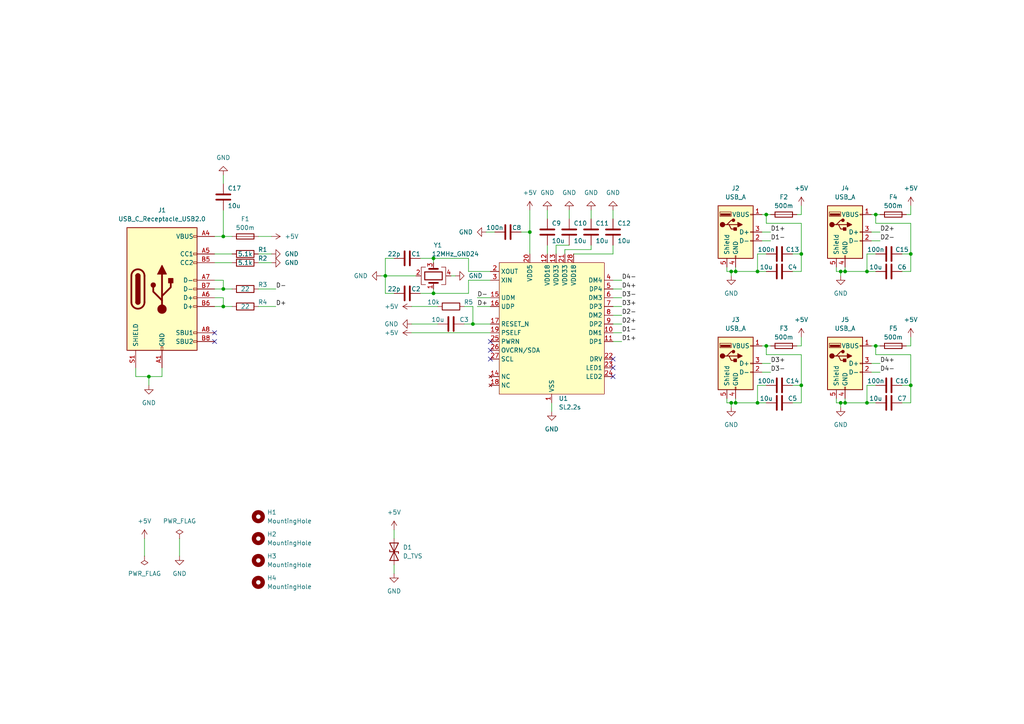
<source format=kicad_sch>
(kicad_sch (version 20211123) (generator eeschema)
  (paper "A4")
  (title_block (title "quad") (date "2023-09-28") (rev "v1.0_alpha"))
  (lib_symbols
    (symbol "Connector:USB_A" (pin_names (offset 1.016))
      (property "Reference" "J" (at -5.08 11.43 0))
      (property "Value" "USB_A" (at -5.08 8.89 0))
      (symbol "USB_A_0_1"
        (rectangle (start -5.08 -7.62) (end 5.08 7.62) (stroke (width 0.254)) (fill (type background)))
        (circle (center -3.81 2.159) (radius 0.635) (stroke (width 0.254)) (fill (type outline)))
        (rectangle (start -1.524 4.826) (end -4.318 5.334) (fill (type outline)))
        (rectangle (start -1.27 4.572) (end -4.572 5.842))
        (circle (center -0.635 3.429) (radius 0.381) (stroke (width 0.254)) (fill (type outline)))
        (rectangle (start -0.127 -7.62) (end 0.127 -6.858))
        (polyline (pts (xy -3.175 2.159) (xy -2.54 2.159) (xy -1.27 3.429) (xy -0.635 3.429)) (stroke (width 0.254)))
        (polyline (pts (xy -2.54 2.159) (xy -1.905 2.159) (xy -1.27 0.889) (xy 0 0.889)) (stroke (width 0.254)))
        (polyline (pts (xy 0.635 2.794) (xy 0.635 1.524) (xy 1.905 2.159) (xy 0.635 2.794)) (stroke (width 0.254)) (fill (type outline)))
        (rectangle (start 0.254 1.27) (end -0.508 0.508) (stroke (width 0.254)) (fill (type outline)))
        (rectangle (start 5.08 -2.667) (end 4.318 -2.413))
        (rectangle (start 5.08 -0.127) (end 4.318 0.127))
        (rectangle (start 5.08 4.953) (end 4.318 5.207))
      )
      (symbol "USB_A_1_1"
        (polyline (pts (xy -1.905 2.159) (xy 0.635 2.159)) (stroke (width 0.254)))
        (pin power_in line (at 7.62 5.08 180) (length 2.54) (name "VBUS") (number "1"))
        (pin bidirectional line (at 7.62 -2.54 180) (length 2.54) (name "D-") (number "2"))
        (pin bidirectional line (at 7.62 0 180) (length 2.54) (name "D+") (number "3"))
        (pin power_in line (at 0 -10.16 90) (length 2.54) (name "GND") (number "4"))
        (pin passive line (at -2.54 -10.16 90) (length 2.54) (name "Shield") (number "5"))
      )
    )
    (symbol "Connector:USB_C_Receptacle_USB2.0" (pin_names (offset 1.016))
      (property "Reference" "J" (at -10.16 19.05 0))
      (property "Value" "USB_C_Receptacle_USB2.0" (at 19.05 19.05 0))
      (symbol "USB_C_Receptacle_USB2.0_0_0"
        (rectangle (start -0.254 -17.78) (end 0.254 -16.764))
        (rectangle (start 10.16 -14.986) (end 9.144 -15.494))
        (rectangle (start 10.16 -12.446) (end 9.144 -12.954))
        (rectangle (start 10.16 -4.826) (end 9.144 -5.334))
        (rectangle (start 10.16 -2.286) (end 9.144 -2.794))
        (rectangle (start 10.16 0.254) (end 9.144 -0.254))
        (rectangle (start 10.16 2.794) (end 9.144 2.286))
        (rectangle (start 10.16 7.874) (end 9.144 7.366))
        (rectangle (start 10.16 10.414) (end 9.144 9.906))
        (rectangle (start 10.16 15.494) (end 9.144 14.986))
      )
      (symbol "USB_C_Receptacle_USB2.0_0_1"
        (rectangle (start -10.16 17.78) (end 10.16 -17.78) (stroke (width 0.254)) (fill (type background)))
        (arc (start -8.89 -3.81) (mid -6.985 -5.715) (end -5.08 -3.81) (stroke (width 0.508)))
        (arc (start -7.62 -3.81) (mid -6.985 -4.445) (end -6.35 -3.81) (stroke (width 0.254)))
        (arc (start -7.62 -3.81) (mid -6.985 -4.445) (end -6.35 -3.81) (stroke (width 0.254)) (fill (type outline)))
        (rectangle (start -7.62 -3.81) (end -6.35 3.81) (stroke (width 0.254)) (fill (type outline)))
        (arc (start -6.35 3.81) (mid -6.985 4.445) (end -7.62 3.81) (stroke (width 0.254)))
        (arc (start -6.35 3.81) (mid -6.985 4.445) (end -7.62 3.81) (stroke (width 0.254)) (fill (type outline)))
        (arc (start -5.08 3.81) (mid -6.985 5.715) (end -8.89 3.81) (stroke (width 0.508)))
        (circle (center -2.54 1.143) (radius 0.635) (stroke (width 0.254)) (fill (type outline)))
        (circle (center 0 -5.842) (radius 1.27) (fill (type outline)))
        (polyline (pts (xy -8.89 -3.81) (xy -8.89 3.81)) (stroke (width 0.508)))
        (polyline (pts (xy -5.08 3.81) (xy -5.08 -3.81)) (stroke (width 0.508)))
        (polyline (pts (xy 0 -5.842) (xy 0 4.318)) (stroke (width 0.508)))
        (polyline (pts (xy 0 -3.302) (xy -2.54 -0.762) (xy -2.54 0.508)) (stroke (width 0.508)))
        (polyline (pts (xy 0 -2.032) (xy 2.54 0.508) (xy 2.54 1.778)) (stroke (width 0.508)))
        (polyline (pts (xy -1.27 4.318) (xy 0 6.858) (xy 1.27 4.318) (xy -1.27 4.318)) (stroke (width 0.254)) (fill (type outline)))
        (rectangle (start 1.905 1.778) (end 3.175 3.048) (stroke (width 0.254)) (fill (type outline)))
      )
      (symbol "USB_C_Receptacle_USB2.0_1_1"
        (pin passive line (at 0 -22.86 90) (length 5.08) (name "GND") (number "A1"))
        (pin passive line (at 0 -22.86 90) (length 5.08) hide (name "GND") (number "A12"))
        (pin passive line (at 15.24 15.24 180) (length 5.08) (name "VBUS") (number "A4"))
        (pin bidirectional line (at 15.24 10.16 180) (length 5.08) (name "CC1") (number "A5"))
        (pin bidirectional line (at 15.24 -2.54 180) (length 5.08) (name "D+") (number "A6"))
        (pin bidirectional line (at 15.24 2.54 180) (length 5.08) (name "D-") (number "A7"))
        (pin bidirectional line (at 15.24 -12.7 180) (length 5.08) (name "SBU1") (number "A8"))
        (pin passive line (at 15.24 15.24 180) (length 5.08) hide (name "VBUS") (number "A9"))
        (pin passive line (at 0 -22.86 90) (length 5.08) hide (name "GND") (number "B1"))
        (pin passive line (at 0 -22.86 90) (length 5.08) hide (name "GND") (number "B12"))
        (pin passive line (at 15.24 15.24 180) (length 5.08) hide (name "VBUS") (number "B4"))
        (pin bidirectional line (at 15.24 7.62 180) (length 5.08) (name "CC2") (number "B5"))
        (pin bidirectional line (at 15.24 -5.08 180) (length 5.08) (name "D+") (number "B6"))
        (pin bidirectional line (at 15.24 0 180) (length 5.08) (name "D-") (number "B7"))
        (pin bidirectional line (at 15.24 -15.24 180) (length 5.08) (name "SBU2") (number "B8"))
        (pin passive line (at 15.24 15.24 180) (length 5.08) hide (name "VBUS") (number "B9"))
        (pin passive line (at -7.62 -22.86 90) (length 5.08) (name "SHIELD") (number "S1"))
      )
    )
    (symbol "Device:C" (pin_numbers hide) (pin_names (offset 0.254))
      (property "Reference" "C" (at 0.635 2.54 0))
      (property "Value" "C" (at 0.635 -2.54 0))
      (symbol "C_0_1"
        (polyline (pts (xy -2.032 -0.762) (xy 2.032 -0.762)) (stroke (width 0.508)))
        (polyline (pts (xy -2.032 0.762) (xy 2.032 0.762)) (stroke (width 0.508)))
      )
      (symbol "C_1_1"
        (pin passive line (at 0 3.81 270) (length 2.794) (name "~") (number "1"))
        (pin passive line (at 0 -3.81 90) (length 2.794) (name "~") (number "2"))
      )
    )
    (symbol "Device:Crystal_GND24" (pin_names (offset 1.016) hide)
      (property "Reference" "Y" (at 3.175 5.08 0))
      (property "Value" "Crystal_GND24" (at 3.175 3.175 0))
      (symbol "Crystal_GND24_0_1"
        (rectangle (start -1.143 2.54) (end 1.143 -2.54) (stroke (width 0.3048)))
        (polyline (pts (xy -2.54 0) (xy -2.032 0)))
        (polyline (pts (xy -2.032 -1.27) (xy -2.032 1.27)) (stroke (width 0.508)))
        (polyline (pts (xy 0 -3.81) (xy 0 -3.556)))
        (polyline (pts (xy 0 3.556) (xy 0 3.81)))
        (polyline (pts (xy 2.032 -1.27) (xy 2.032 1.27)) (stroke (width 0.508)))
        (polyline (pts (xy 2.032 0) (xy 2.54 0)))
        (polyline (pts (xy -2.54 -2.286) (xy -2.54 -3.556) (xy 2.54 -3.556) (xy 2.54 -2.286)))
        (polyline (pts (xy -2.54 2.286) (xy -2.54 3.556) (xy 2.54 3.556) (xy 2.54 2.286)))
      )
      (symbol "Crystal_GND24_1_1"
        (pin passive line (at -3.81 0 0) (length 1.27) (name "1") (number "1"))
        (pin passive line (at 0 5.08 270) (length 1.27) (name "2") (number "2"))
        (pin passive line (at 3.81 0 180) (length 1.27) (name "3") (number "3"))
        (pin passive line (at 0 -5.08 90) (length 1.27) (name "4") (number "4"))
      )
    )
    (symbol "Device:D_TVS" (pin_numbers hide) (pin_names (offset 1.016) hide)
      (property "Reference" "D" (at 0 2.54 0))
      (property "Value" "D_TVS" (at 0 -2.54 0))
      (symbol "D_TVS_0_1"
        (polyline (pts (xy 1.27 0) (xy -1.27 0)))
        (polyline (pts (xy 0.508 1.27) (xy 0 1.27) (xy 0 -1.27) (xy -0.508 -1.27)) (stroke (width 0.254)))
        (polyline (pts (xy -2.54 1.27) (xy -2.54 -1.27) (xy 2.54 1.27) (xy 2.54 -1.27) (xy -2.54 1.27)) (stroke (width 0.254)))
      )
      (symbol "D_TVS_1_1"
        (pin passive line (at -3.81 0 0) (length 2.54) (name "A1") (number "1"))
        (pin passive line (at 3.81 0 180) (length 2.54) (name "A2") (number "2"))
      )
    )
    (symbol "Device:Fuse" (pin_numbers hide) (pin_names (offset 0))
      (property "Reference" "F" (at 2.032 0 90))
      (property "Value" "Fuse" (at -1.905 0 90))
      (symbol "Fuse_0_1"
        (rectangle (start -0.762 -2.54) (end 0.762 2.54) (stroke (width 0.254)))
        (polyline (pts (xy 0 2.54) (xy 0 -2.54)))
      )
      (symbol "Fuse_1_1"
        (pin passive line (at 0 3.81 270) (length 1.27) (name "~") (number "1"))
        (pin passive line (at 0 -3.81 90) (length 1.27) (name "~") (number "2"))
      )
    )
    (symbol "Device:R" (pin_numbers hide) (pin_names (offset 0))
      (property "Reference" "R" (at 2.032 0 90))
      (property "Value" "R" (at 0 0 90))
      (symbol "R_0_1"
        (rectangle (start -1.016 -2.54) (end 1.016 2.54) (stroke (width 0.254)))
      )
      (symbol "R_1_1"
        (pin passive line (at 0 3.81 270) (length 1.27) (name "~") (number "1"))
        (pin passive line (at 0 -3.81 90) (length 1.27) (name "~") (number "2"))
      )
    )
    (symbol "Lib:SL2.2s"
      (property "Reference" "U" (at 8.89 24.13 0))
      (property "Value" "SL2.2s" (at 11.43 21.59 0))
      (symbol "SL2.2s_0_1"
        (rectangle (start -15.24 19.05) (end 15.24 -19.05) (fill (type background)))
      )
      (symbol "SL2.2s_1_1"
        (pin power_in line (at 0 -21.59 90) (length 2.54) (name "VSS") (number "1"))
        (pin bidirectional line (at 17.78 -1.27 180) (length 2.54) (name "DM1") (number "10"))
        (pin bidirectional line (at 17.78 -3.81 180) (length 2.54) (name "DP1") (number "11"))
        (pin power_out line (at -1.27 21.59 270) (length 2.54) (name "VDD18") (number "12"))
        (pin power_out line (at 1.27 21.59 270) (length 2.54) (name "VDD33") (number "13"))
        (pin no_connect line (at -17.78 -13.97 0) (length 2.54) (name "NC") (number "14"))
        (pin bidirectional line (at -17.78 8.89 0) (length 2.54) (name "UDM") (number "15"))
        (pin bidirectional line (at -17.78 6.35 0) (length 2.54) (name "UDP") (number "16"))
        (pin input line (at -17.78 1.27 0) (length 2.54) (name "RESET_N") (number "17"))
        (pin no_connect line (at -17.78 -16.51 0) (length 2.54) (name "NC") (number "18"))
        (pin input line (at -17.78 -1.27 0) (length 2.54) (name "PSELF") (number "19"))
        (pin output line (at -17.78 16.51 0) (length 2.54) (name "XOUT") (number "2"))
        (pin power_in line (at -6.35 21.59 270) (length 2.54) (name "VDD5") (number "20"))
        (pin power_out line (at 3.81 21.59 270) (length 2.54) (name "VDD33") (number "21"))
        (pin bidirectional line (at 17.78 -8.89 180) (length 2.54) (name "DRV") (number "22"))
        (pin bidirectional line (at 17.78 -11.43 180) (length 2.54) (name "LED1") (number "23"))
        (pin bidirectional line (at 17.78 -13.97 180) (length 2.54) (name "LED2") (number "24"))
        (pin bidirectional line (at -17.78 -3.81 0) (length 2.54) (name "PWRN") (number "25"))
        (pin bidirectional line (at -17.78 -6.35 0) (length 2.54) (name "OVCRN/SDA") (number "26"))
        (pin bidirectional line (at -17.78 -8.89 0) (length 2.54) (name "SCL") (number "27"))
        (pin power_out line (at 6.35 21.59 270) (length 2.54) (name "VDD18") (number "28"))
        (pin input line (at -17.78 13.97 0) (length 2.54) (name "XIN") (number "3"))
        (pin bidirectional line (at 17.78 13.97 180) (length 2.54) (name "DM4") (number "4"))
        (pin bidirectional line (at 17.78 11.43 180) (length 2.54) (name "DP4") (number "5"))
        (pin bidirectional line (at 17.78 8.89 180) (length 2.54) (name "DM3") (number "6"))
        (pin bidirectional line (at 17.78 6.35 180) (length 2.54) (name "DP3") (number "7"))
        (pin bidirectional line (at 17.78 3.81 180) (length 2.54) (name "DM2") (number "8"))
        (pin bidirectional line (at 17.78 1.27 180) (length 2.54) (name "DP2") (number "9"))
      )
    )
    (symbol "Mechanical:MountingHole" (pin_names (offset 1.016))
      (property "Reference" "H" (at 0 5.08 0))
      (property "Value" "MountingHole" (at 0 3.175 0))
      (symbol "MountingHole_0_1"
        (circle (center 0 0) (radius 1.27) (stroke (width 1.27)))
      )
    )
    (symbol "power:+5V" (power) (pin_names (offset 0))
      (property "Value" "+5V" (at 0 3.556 0))
      (symbol "+5V_0_1"
        (polyline (pts (xy -0.762 1.27) (xy 0 2.54)))
        (polyline (pts (xy 0 0) (xy 0 2.54)))
        (polyline (pts (xy 0 2.54) (xy 0.762 1.27)))
      )
      (symbol "+5V_1_1"
        (pin power_in line (at 0 0 90) (length 0) hide (name "+5V") (number "1"))
      )
    )
    (symbol "power:GND" (power) (pin_names (offset 0))
      (property "Value" "GND" (at 0 -3.81 0))
      (symbol "GND_0_1"
        (polyline (pts (xy 0 0) (xy 0 -1.27) (xy 1.27 -1.27) (xy 0 -2.54) (xy -1.27 -1.27) (xy 0 -1.27)))
      )
      (symbol "GND_1_1"
        (pin power_in line (at 0 0 270) (length 0) hide (name "GND") (number "1"))
      )
    )
    (symbol "power:PWR_FLAG" (power) (pin_numbers hide) (pin_names (offset 0) hide)
      (property "Value" "PWR_FLAG" (at 0 3.81 0))
      (symbol "PWR_FLAG_0_0"
        (pin power_out line (at 0 0 90) (length 0) (name "pwr") (number "1"))
      )
      (symbol "PWR_FLAG_0_1"
        (polyline (pts (xy 0 0) (xy 0 1.27) (xy -1.016 1.905) (xy 0 2.54) (xy 1.016 1.905) (xy 0 1.27)))
      )
    )
  )
  (junction (at 219.71 78.74))
  (junction (at 245.11 78.74))
  (junction (at 213.36 116.84))
  (junction (at 125.73 74.93))
  (junction (at 254 100.33))
  (junction (at 222.25 62.23))
  (junction (at 245.11 116.84))
  (junction (at 125.73 85.09))
  (junction (at 43.18 109.22))
  (junction (at 212.09 78.74))
  (junction (at 251.46 78.74))
  (junction (at 64.77 68.58))
  (junction (at 243.84 116.84))
  (junction (at 264.16 111.76))
  (junction (at 212.09 116.84))
  (junction (at 111.76 80.01))
  (junction (at 251.46 116.84))
  (junction (at 219.71 116.84))
  (junction (at 153.67 67.31))
  (junction (at 137.16 93.98))
  (junction (at 64.77 88.9))
  (junction (at 222.25 100.33))
  (junction (at 213.36 78.74))
  (junction (at 64.77 83.82))
  (junction (at 264.16 73.66))
  (junction (at 232.41 73.66))
  (junction (at 243.84 78.74))
  (junction (at 254 62.23))
  (junction (at 232.41 111.76))
  (no_connect (at 177.8 104.14))
  (no_connect (at 62.23 96.52))
  (no_connect (at 142.24 99.06))
  (no_connect (at 177.8 109.22))
  (no_connect (at 142.24 101.6))
  (no_connect (at 142.24 104.14))
  (no_connect (at 177.8 106.68))
  (no_connect (at 62.23 99.06))
  (wire (pts (xy 62.23 81.28) (xy 64.77 81.28)))
  (wire (pts (xy 177.8 91.44) (xy 180.34 91.44)))
  (wire (pts (xy 62.23 86.36) (xy 64.77 86.36)))
  (wire (pts (xy 135.89 74.93) (xy 135.89 78.74)))
  (wire (pts (xy 119.38 96.52) (xy 142.24 96.52)))
  (wire (pts (xy 153.67 67.31) (xy 153.67 73.66)))
  (wire (pts (xy 242.57 116.84) (xy 243.84 116.84)))
  (wire (pts (xy 125.73 74.93) (xy 135.89 74.93)))
  (wire (pts (xy 177.8 81.28) (xy 180.34 81.28)))
  (wire (pts (xy 254 64.77) (xy 264.16 64.77)))
  (wire (pts (xy 171.45 72.39) (xy 171.45 71.12)))
  (wire (pts (xy 242.57 115.57) (xy 242.57 116.84)))
  (wire (pts (xy 222.25 62.23) (xy 222.25 64.77)))
  (wire (pts (xy 229.87 73.66) (xy 232.41 73.66)))
  (wire (pts (xy 177.8 93.98) (xy 180.34 93.98)))
  (wire (pts (xy 261.62 78.74) (xy 264.16 78.74)))
  (wire (pts (xy 213.36 77.47) (xy 213.36 78.74)))
  (wire (pts (xy 62.23 88.9) (xy 64.77 88.9)))
  (wire (pts (xy 213.36 78.74) (xy 212.09 78.74)))
  (wire (pts (xy 74.93 76.2) (xy 78.74 76.2)))
  (wire (pts (xy 134.62 88.9) (xy 137.16 88.9)))
  (wire (pts (xy 52.07 156.21) (xy 52.07 161.29)))
  (wire (pts (xy 161.29 71.12) (xy 165.1 71.12)))
  (wire (pts (xy 163.83 73.66) (xy 163.83 72.39)))
  (wire (pts (xy 62.23 68.58) (xy 64.77 68.58)))
  (wire (pts (xy 137.16 88.9) (xy 137.16 93.98)))
  (wire (pts (xy 62.23 73.66) (xy 67.31 73.66)))
  (wire (pts (xy 135.89 85.09) (xy 135.89 81.28)))
  (wire (pts (xy 252.73 100.33) (xy 254 100.33)))
  (wire (pts (xy 222.25 102.87) (xy 232.41 102.87)))
  (wire (pts (xy 110.49 80.01) (xy 111.76 80.01)))
  (wire (pts (xy 46.99 106.68) (xy 46.99 109.22)))
  (wire (pts (xy 264.16 97.79) (xy 264.16 100.33)))
  (wire (pts (xy 220.98 107.95) (xy 223.52 107.95)))
  (wire (pts (xy 252.73 107.95) (xy 255.27 107.95)))
  (wire (pts (xy 62.23 76.2) (xy 67.31 76.2)))
  (wire (pts (xy 39.37 109.22) (xy 43.18 109.22)))
  (wire (pts (xy 64.77 83.82) (xy 67.31 83.82)))
  (wire (pts (xy 252.73 69.85) (xy 255.27 69.85)))
  (wire (pts (xy 114.3 74.93) (xy 111.76 74.93)))
  (wire (pts (xy 137.16 93.98) (xy 142.24 93.98)))
  (wire (pts (xy 64.77 86.36) (xy 64.77 88.9)))
  (wire (pts (xy 252.73 67.31) (xy 255.27 67.31)))
  (wire (pts (xy 222.25 64.77) (xy 232.41 64.77)))
  (wire (pts (xy 138.43 88.9) (xy 142.24 88.9)))
  (wire (pts (xy 125.73 85.09) (xy 135.89 85.09)))
  (wire (pts (xy 219.71 116.84) (xy 222.25 116.84)))
  (wire (pts (xy 165.1 60.96) (xy 165.1 63.5)))
  (wire (pts (xy 213.36 78.74) (xy 219.71 78.74)))
  (wire (pts (xy 264.16 73.66) (xy 264.16 78.74)))
  (wire (pts (xy 119.38 93.98) (xy 127 93.98)))
  (wire (pts (xy 252.73 62.23) (xy 254 62.23)))
  (wire (pts (xy 111.76 85.09) (xy 111.76 80.01)))
  (wire (pts (xy 64.77 60.96) (xy 64.77 68.58)))
  (wire (pts (xy 229.87 111.76) (xy 232.41 111.76)))
  (wire (pts (xy 254 62.23) (xy 255.27 62.23)))
  (wire (pts (xy 219.71 111.76) (xy 219.71 116.84)))
  (wire (pts (xy 231.14 62.23) (xy 232.41 62.23)))
  (wire (pts (xy 212.09 118.11) (xy 212.09 116.84)))
  (wire (pts (xy 163.83 72.39) (xy 171.45 72.39)))
  (wire (pts (xy 41.91 156.21) (xy 41.91 161.29)))
  (wire (pts (xy 242.57 78.74) (xy 243.84 78.74)))
  (wire (pts (xy 158.75 71.12) (xy 158.75 73.66)))
  (wire (pts (xy 212.09 80.01) (xy 212.09 78.74)))
  (wire (pts (xy 252.73 105.41) (xy 255.27 105.41)))
  (wire (pts (xy 251.46 78.74) (xy 254 78.74)))
  (wire (pts (xy 254 111.76) (xy 251.46 111.76)))
  (wire (pts (xy 245.11 78.74) (xy 251.46 78.74)))
  (wire (pts (xy 135.89 81.28) (xy 142.24 81.28)))
  (wire (pts (xy 220.98 100.33) (xy 222.25 100.33)))
  (wire (pts (xy 121.92 74.93) (xy 125.73 74.93)))
  (wire (pts (xy 232.41 111.76) (xy 232.41 116.84)))
  (wire (pts (xy 171.45 60.96) (xy 171.45 63.5)))
  (wire (pts (xy 213.36 116.84) (xy 219.71 116.84)))
  (wire (pts (xy 220.98 105.41) (xy 223.52 105.41)))
  (wire (pts (xy 261.62 111.76) (xy 264.16 111.76)))
  (wire (pts (xy 219.71 78.74) (xy 222.25 78.74)))
  (wire (pts (xy 232.41 73.66) (xy 232.41 78.74)))
  (wire (pts (xy 251.46 116.84) (xy 254 116.84)))
  (wire (pts (xy 177.8 60.96) (xy 177.8 63.5)))
  (wire (pts (xy 264.16 64.77) (xy 264.16 73.66)))
  (wire (pts (xy 245.11 116.84) (xy 243.84 116.84)))
  (wire (pts (xy 177.8 83.82) (xy 180.34 83.82)))
  (wire (pts (xy 222.25 73.66) (xy 219.71 73.66)))
  (wire (pts (xy 264.16 102.87) (xy 264.16 111.76)))
  (wire (pts (xy 210.82 77.47) (xy 210.82 78.74)))
  (wire (pts (xy 261.62 73.66) (xy 264.16 73.66)))
  (wire (pts (xy 251.46 111.76) (xy 251.46 116.84)))
  (wire (pts (xy 177.8 86.36) (xy 180.34 86.36)))
  (wire (pts (xy 222.25 111.76) (xy 219.71 111.76)))
  (wire (pts (xy 210.82 116.84) (xy 212.09 116.84)))
  (wire (pts (xy 222.25 100.33) (xy 222.25 102.87)))
  (wire (pts (xy 39.37 106.68) (xy 39.37 109.22)))
  (wire (pts (xy 229.87 116.84) (xy 232.41 116.84)))
  (wire (pts (xy 125.73 83.82) (xy 125.73 85.09)))
  (wire (pts (xy 125.73 76.2) (xy 125.73 74.93)))
  (wire (pts (xy 46.99 109.22) (xy 43.18 109.22)))
  (wire (pts (xy 242.57 77.47) (xy 242.57 78.74)))
  (wire (pts (xy 232.41 102.87) (xy 232.41 111.76)))
  (wire (pts (xy 254 73.66) (xy 251.46 73.66)))
  (wire (pts (xy 254 100.33) (xy 255.27 100.33)))
  (wire (pts (xy 74.93 73.66) (xy 78.74 73.66)))
  (wire (pts (xy 264.16 111.76) (xy 264.16 116.84)))
  (wire (pts (xy 219.71 73.66) (xy 219.71 78.74)))
  (wire (pts (xy 140.97 67.31) (xy 143.51 67.31)))
  (wire (pts (xy 220.98 69.85) (xy 223.52 69.85)))
  (wire (pts (xy 43.18 109.22) (xy 43.18 111.76)))
  (wire (pts (xy 262.89 62.23) (xy 264.16 62.23)))
  (wire (pts (xy 213.36 116.84) (xy 212.09 116.84)))
  (wire (pts (xy 74.93 88.9) (xy 80.01 88.9)))
  (wire (pts (xy 245.11 115.57) (xy 245.11 116.84)))
  (wire (pts (xy 151.13 67.31) (xy 153.67 67.31)))
  (wire (pts (xy 232.41 64.77) (xy 232.41 73.66)))
  (wire (pts (xy 251.46 73.66) (xy 251.46 78.74)))
  (wire (pts (xy 114.3 163.83) (xy 114.3 166.37)))
  (wire (pts (xy 74.93 83.82) (xy 80.01 83.82)))
  (wire (pts (xy 177.8 96.52) (xy 180.34 96.52)))
  (wire (pts (xy 220.98 67.31) (xy 223.52 67.31)))
  (wire (pts (xy 111.76 80.01) (xy 120.65 80.01)))
  (wire (pts (xy 254 100.33) (xy 254 102.87)))
  (wire (pts (xy 134.62 93.98) (xy 137.16 93.98)))
  (wire (pts (xy 231.14 100.33) (xy 232.41 100.33)))
  (wire (pts (xy 261.62 116.84) (xy 264.16 116.84)))
  (wire (pts (xy 158.75 60.96) (xy 158.75 63.5)))
  (wire (pts (xy 243.84 80.01) (xy 243.84 78.74)))
  (wire (pts (xy 114.3 153.67) (xy 114.3 156.21)))
  (wire (pts (xy 243.84 118.11) (xy 243.84 116.84)))
  (wire (pts (xy 210.82 115.57) (xy 210.82 116.84)))
  (wire (pts (xy 64.77 50.8) (xy 64.77 53.34)))
  (wire (pts (xy 111.76 74.93) (xy 111.76 80.01)))
  (wire (pts (xy 166.37 73.66) (xy 177.8 73.66)))
  (wire (pts (xy 245.11 116.84) (xy 251.46 116.84)))
  (wire (pts (xy 64.77 83.82) (xy 64.77 81.28)))
  (wire (pts (xy 254 102.87) (xy 264.16 102.87)))
  (wire (pts (xy 130.81 80.01) (xy 132.08 80.01)))
  (wire (pts (xy 254 62.23) (xy 254 64.77)))
  (wire (pts (xy 135.89 78.74) (xy 142.24 78.74)))
  (wire (pts (xy 161.29 73.66) (xy 161.29 71.12)))
  (wire (pts (xy 245.11 78.74) (xy 243.84 78.74)))
  (wire (pts (xy 64.77 68.58) (xy 67.31 68.58)))
  (wire (pts (xy 114.3 85.09) (xy 111.76 85.09)))
  (wire (pts (xy 262.89 100.33) (xy 264.16 100.33)))
  (wire (pts (xy 232.41 97.79) (xy 232.41 100.33)))
  (wire (pts (xy 119.38 88.9) (xy 127 88.9)))
  (wire (pts (xy 245.11 77.47) (xy 245.11 78.74)))
  (wire (pts (xy 264.16 59.69) (xy 264.16 62.23)))
  (wire (pts (xy 210.82 78.74) (xy 212.09 78.74)))
  (wire (pts (xy 160.02 116.84) (xy 160.02 119.38)))
  (wire (pts (xy 213.36 115.57) (xy 213.36 116.84)))
  (wire (pts (xy 64.77 88.9) (xy 67.31 88.9)))
  (wire (pts (xy 220.98 62.23) (xy 222.25 62.23)))
  (wire (pts (xy 138.43 86.36) (xy 142.24 86.36)))
  (wire (pts (xy 229.87 78.74) (xy 232.41 78.74)))
  (wire (pts (xy 177.8 88.9) (xy 180.34 88.9)))
  (wire (pts (xy 62.23 83.82) (xy 64.77 83.82)))
  (wire (pts (xy 121.92 85.09) (xy 125.73 85.09)))
  (wire (pts (xy 74.93 68.58) (xy 78.74 68.58)))
  (wire (pts (xy 232.41 59.69) (xy 232.41 62.23)))
  (wire (pts (xy 177.8 73.66) (xy 177.8 71.12)))
  (wire (pts (xy 153.67 60.96) (xy 153.67 67.31)))
  (wire (pts (xy 222.25 100.33) (xy 223.52 100.33)))
  (wire (pts (xy 177.8 99.06) (xy 180.34 99.06)))
  (wire (pts (xy 222.25 62.23) (xy 223.52 62.23)))
  (label "D1+" (at 223.52 67.31 0))
  (label "D1+" (at 180.34 99.06 0))
  (label "D-" (at 80.01 83.82 0))
  (label "D3+" (at 223.52 105.41 0))
  (label "D+" (at 80.01 88.9 0))
  (label "D1-" (at 223.52 69.85 0))
  (label "D4-" (at 255.27 107.95 0))
  (label "D3-" (at 223.52 107.95 0))
  (label "D2+" (at 255.27 67.31 0))
  (label "D2+" (at 180.34 93.98 0))
  (label "D+" (at 138.43 88.9 0))
  (label "D1-" (at 180.34 96.52 0))
  (label "D4+" (at 180.34 83.82 0))
  (label "D3-" (at 180.34 86.36 0))
  (label "D2-" (at 255.27 69.85 0))
  (label "D3+" (at 180.34 88.9 0))
  (label "D2-" (at 180.34 91.44 0))
  (label "D4+" (at 255.27 105.41 0))
  (label "D-" (at 138.43 86.36 0))
  (label "D4-" (at 180.34 81.28 0))
  (symbol (lib_id "Device:C") (at 257.81 116.84 90) (unit 1)
    (property "Reference" "C7" (at 261.62 115.57 90))
    (property "Value" "10u" (at 254 115.57 90))
    (property "Footprint" "Capacitor_SMD:C_0603_1608Metric" (effects hide))
  )
  (symbol (lib_id "Device:Fuse") (at 227.33 100.33 90) (unit 1)
    (property "Reference" "F3" (at 227.33 95.25 90))
    (property "Value" "500m" (at 227.33 97.79 90))
    (property "Footprint" "Fuse:Fuse_0603_1608Metric" (effects hide))
  )
  (symbol (lib_id "power:GND") (at 177.8 60.96 180) (unit 1)
    (property "Reference" "#PWR028" (effects hide))
    (property "Value" "GND" (at 177.8 55.88 0))
  )
  (symbol (lib_id "Connector:USB_A") (at 245.11 67.31 0) (unit 1)
    (property "Reference" "J4" (at 245.11 54.61 0))
    (property "Value" "USB_A" (at 245.11 57.15 0))
    (property "Footprint" "Lib:USB_A_Side" (effects hide))
    (property "Datasheet" " ~" (effects hide))
  )
  (symbol (lib_id "Device:C") (at 171.45 67.31 0) (unit 1)
    (property "Reference" "C11" (at 172.72 64.77 0) (effects (justify left)))
    (property "Value" "10u" (at 172.72 69.85 0) (effects (justify left)))
    (property "Footprint" "Capacitor_SMD:C_0603_1608Metric" (effects hide))
  )
  (symbol (lib_id "Mechanical:MountingHole") (at 74.93 149.86 0) (unit 1)
    (property "Reference" "H1" (at 77.47 148.5899 0) (effects (justify left)))
    (property "Value" "MountingHole" (at 77.47 151.1299 0) (effects (justify left)))
    (property "Footprint" "MountingHole:MountingHole_2.2mm_M2_Pad" (effects hide))
  )
  (symbol (lib_id "power:+5V") (at 119.38 96.52 90) (unit 1)
    (property "Reference" "#PWR09" (effects hide))
    (property "Value" "+5V" (at 115.57 96.5199 90) (effects (justify left)))
  )
  (symbol (lib_id "Device:Crystal_GND24") (at 125.73 80.01 90) (unit 1)
    (property "Reference" "Y1" (at 127 71.12 90))
    (property "Value" "12MHz_GND24" (at 132.08 73.66 90))
    (property "Footprint" "Crystal:Crystal_SMD_3225-4Pin_3.2x2.5mm" (effects hide))
  )
  (symbol (lib_id "Device:C") (at 147.32 67.31 90) (unit 1)
    (property "Reference" "C8" (at 149.86 66.04 90))
    (property "Value" "100n" (at 143.51 66.04 90))
    (property "Footprint" "Capacitor_SMD:C_0603_1608Metric" (effects hide))
  )
  (symbol (lib_id "power:GND") (at 78.74 76.2 90) (unit 1)
    (property "Reference" "#PWR04" (effects hide))
    (property "Value" "GND" (at 82.55 76.2 90) (effects (justify right)))
  )
  (symbol (lib_id "power:GND") (at 52.07 161.29 0) (unit 1)
    (property "Reference" "#PWR012" (effects hide))
    (property "Value" "GND" (at 52.07 166.37 0))
  )
  (symbol (lib_id "Device:C") (at 257.81 111.76 90) (unit 1)
    (property "Reference" "C16" (at 261.62 110.49 90))
    (property "Value" "100n" (at 254 110.49 90))
    (property "Footprint" "Capacitor_SMD:C_0603_1608Metric" (effects hide))
  )
  (symbol (lib_id "Device:R") (at 71.12 76.2 90) (unit 1)
    (property "Reference" "R2" (at 76.2 74.93 90))
    (property "Value" "5.1k" (at 71.12 76.2 90))
    (property "Footprint" "Resistor_SMD:R_0603_1608Metric" (effects hide))
  )
  (symbol (lib_id "power:+5V") (at 153.67 60.96 0) (unit 1)
    (property "Reference" "#PWR013" (effects hide))
    (property "Value" "+5V" (at 153.67 55.88 0))
  )
  (symbol (lib_id "Device:R") (at 71.12 88.9 90) (unit 1)
    (property "Reference" "R4" (at 76.2 87.63 90))
    (property "Value" "22" (at 71.12 88.9 90))
    (property "Footprint" "Resistor_SMD:R_0603_1608Metric" (effects hide))
  )
  (symbol (lib_id "Mechanical:MountingHole") (at 74.93 156.21 0) (unit 1)
    (property "Reference" "H2" (at 77.47 154.9399 0) (effects (justify left)))
    (property "Value" "MountingHole" (at 77.47 157.4799 0) (effects (justify left)))
    (property "Footprint" "MountingHole:MountingHole_2.2mm_M2_Pad" (effects hide))
  )
  (symbol (lib_id "Device:C") (at 118.11 74.93 90) (unit 1)
    (property "Reference" "C1" (at 120.65 73.66 90))
    (property "Value" "22p" (at 114.3 73.66 90))
    (property "Footprint" "Capacitor_SMD:C_0603_1608Metric" (effects hide))
  )
  (symbol (lib_id "Device:C") (at 257.81 73.66 90) (unit 1)
    (property "Reference" "C15" (at 261.62 72.39 90))
    (property "Value" "100n" (at 254 72.39 90))
    (property "Footprint" "Capacitor_SMD:C_0603_1608Metric" (effects hide))
  )
  (symbol (lib_id "power:PWR_FLAG") (at 41.91 161.29 180) (unit 1)
    (property "Reference" "#FLG01" (effects hide))
    (property "Value" "PWR_FLAG" (at 41.91 166.37 0))
  )
  (symbol (lib_id "power:GND") (at 160.02 119.38 0) (unit 1)
    (property "Reference" "#PWR015" (effects hide))
    (property "Value" "GND" (at 160.02 124.46 0))
  )
  (symbol (lib_id "Device:C") (at 257.81 78.74 90) (unit 1)
    (property "Reference" "C6" (at 261.62 77.47 90))
    (property "Value" "10u" (at 254 77.47 90))
    (property "Footprint" "Capacitor_SMD:C_0603_1608Metric" (effects hide))
  )
  (symbol (lib_id "Device:Fuse") (at 71.12 68.58 90) (unit 1)
    (property "Reference" "F1" (at 71.12 63.5 90))
    (property "Value" "500m" (at 71.12 66.04 90))
    (property "Footprint" "Fuse:Fuse_0603_1608Metric" (effects hide))
  )
  (symbol (lib_id "Connector:USB_A") (at 245.11 105.41 0) (unit 1)
    (property "Reference" "J5" (at 245.11 92.71 0))
    (property "Value" "USB_A" (at 245.11 95.25 0))
    (property "Footprint" "Lib:USB_A_Side" (effects hide))
    (property "Datasheet" " ~" (effects hide))
  )
  (symbol (lib_id "power:GND") (at 114.3 166.37 0) (unit 1)
    (property "Reference" "#PWR019" (effects hide))
    (property "Value" "GND" (at 114.3 171.45 0))
  )
  (symbol (lib_id "power:GND") (at 110.49 80.01 270) (unit 1)
    (property "Reference" "#PWR05" (effects hide))
    (property "Value" "GND" (at 106.68 80.0099 90) (effects (justify right)))
  )
  (symbol (lib_id "Device:C") (at 158.75 67.31 0) (unit 1)
    (property "Reference" "C9" (at 160.02 64.77 0) (effects (justify left)))
    (property "Value" "10u" (at 160.02 69.85 0) (effects (justify left)))
    (property "Footprint" "Capacitor_SMD:C_0603_1608Metric" (effects hide))
  )
  (symbol (lib_id "Device:C") (at 165.1 67.31 0) (unit 1)
    (property "Reference" "C10" (at 166.37 64.77 0) (effects (justify left)))
    (property "Value" "10u" (at 166.37 69.85 0) (effects (justify left)))
    (property "Footprint" "Capacitor_SMD:C_0603_1608Metric" (effects hide))
  )
  (symbol (lib_id "Device:R") (at 71.12 83.82 90) (unit 1)
    (property "Reference" "R3" (at 76.2 82.55 90))
    (property "Value" "22" (at 71.12 83.82 90))
    (property "Footprint" "Resistor_SMD:R_0603_1608Metric" (effects hide))
  )
  (symbol (lib_id "Device:C") (at 118.11 85.09 90) (unit 1)
    (property "Reference" "C2" (at 120.65 83.82 90))
    (property "Value" "22p" (at 114.3 83.82 90))
    (property "Footprint" "Capacitor_SMD:C_0603_1608Metric" (effects hide))
  )
  (symbol (lib_id "power:GND") (at 158.75 60.96 180) (unit 1)
    (property "Reference" "#PWR014" (effects hide))
    (property "Value" "GND" (at 158.75 55.88 0))
  )
  (symbol (lib_id "Mechanical:MountingHole") (at 74.93 168.91 0) (unit 1)
    (property "Reference" "H4" (at 77.47 167.6399 0) (effects (justify left)))
    (property "Value" "MountingHole" (at 77.47 170.1799 0) (effects (justify left)))
    (property "Footprint" "MountingHole:MountingHole_2.2mm_M2_Pad" (effects hide))
  )
  (symbol (lib_id "power:+5V") (at 232.41 97.79 0) (unit 1)
    (property "Reference" "#PWR023" (effects hide))
    (property "Value" "+5V" (at 232.41 92.71 0))
  )
  (symbol (lib_id "power:+5V") (at 232.41 59.69 0) (unit 1)
    (property "Reference" "#PWR022" (effects hide))
    (property "Value" "+5V" (at 232.41 54.61 0))
  )
  (symbol (lib_id "power:+5V") (at 119.38 88.9 90) (unit 1)
    (property "Reference" "#PWR06" (effects hide))
    (property "Value" "+5V" (at 115.57 88.8999 90) (effects (justify left)))
  )
  (symbol (lib_id "power:GND") (at 171.45 60.96 180) (unit 1)
    (property "Reference" "#PWR017" (effects hide))
    (property "Value" "GND" (at 171.45 55.88 0))
  )
  (symbol (lib_id "power:+5V") (at 114.3 153.67 0) (unit 1)
    (property "Reference" "#PWR018" (effects hide))
    (property "Value" "+5V" (at 114.3 148.59 0))
  )
  (symbol (lib_id "Device:C") (at 226.06 73.66 90) (unit 1)
    (property "Reference" "C13" (at 229.87 72.39 90))
    (property "Value" "100n" (at 222.25 72.39 90))
    (property "Footprint" "Capacitor_SMD:C_0603_1608Metric" (effects hide))
  )
  (symbol (lib_id "Device:R") (at 130.81 88.9 90) (unit 1)
    (property "Reference" "R5" (at 135.89 87.63 90))
    (property "Value" "10k" (at 125.73 87.63 90))
    (property "Footprint" "Resistor_SMD:R_0603_1608Metric" (effects hide))
  )
  (symbol (lib_id "Device:C") (at 226.06 78.74 90) (unit 1)
    (property "Reference" "C4" (at 229.87 77.47 90))
    (property "Value" "10u" (at 222.25 77.47 90))
    (property "Footprint" "Capacitor_SMD:C_0603_1608Metric" (effects hide))
  )
  (symbol (lib_id "Connector:USB_A") (at 213.36 105.41 0) (unit 1)
    (property "Reference" "J3" (at 213.36 92.71 0))
    (property "Value" "USB_A" (at 213.36 95.25 0))
    (property "Footprint" "Lib:USB_A_Side" (effects hide))
    (property "Datasheet" " ~" (effects hide))
  )
  (symbol (lib_id "Mechanical:MountingHole") (at 74.93 162.56 0) (unit 1)
    (property "Reference" "H3" (at 77.47 161.2899 0) (effects (justify left)))
    (property "Value" "MountingHole" (at 77.47 163.8299 0) (effects (justify left)))
    (property "Footprint" "MountingHole:MountingHole_2.2mm_M2_Pad" (effects hide))
  )
  (symbol (lib_id "power:+5V") (at 264.16 59.69 0) (unit 1)
    (property "Reference" "#PWR026" (effects hide))
    (property "Value" "+5V" (at 264.16 54.61 0))
  )
  (symbol (lib_id "power:GND") (at 212.09 80.01 0) (unit 1)
    (property "Reference" "#PWR020" (effects hide))
    (property "Value" "GND" (at 212.09 85.09 0))
  )
  (symbol (lib_id "Device:C") (at 226.06 116.84 90) (unit 1)
    (property "Reference" "C5" (at 229.87 115.57 90))
    (property "Value" "10u" (at 222.25 115.57 90))
    (property "Footprint" "Capacitor_SMD:C_0603_1608Metric" (effects hide))
  )
  (symbol (lib_id "power:GND") (at 212.09 118.11 0) (unit 1)
    (property "Reference" "#PWR021" (effects hide))
    (property "Value" "GND" (at 212.09 123.19 0))
  )
  (symbol (lib_id "Device:C") (at 130.81 93.98 90) (unit 1)
    (property "Reference" "C3" (at 134.62 92.71 90))
    (property "Value" "10u" (at 127 92.71 90))
    (property "Footprint" "Capacitor_SMD:C_0603_1608Metric" (effects hide))
  )
  (symbol (lib_id "power:GND") (at 243.84 118.11 0) (unit 1)
    (property "Reference" "#PWR025" (effects hide))
    (property "Value" "GND" (at 243.84 123.19 0))
  )
  (symbol (lib_id "power:GND") (at 119.38 93.98 270) (unit 1)
    (property "Reference" "#PWR08" (effects hide))
    (property "Value" "GND" (at 115.57 93.9799 90) (effects (justify right)))
  )
  (symbol (lib_id "power:GND") (at 43.18 111.76 0) (unit 1)
    (property "Reference" "#PWR01" (effects hide))
    (property "Value" "GND" (at 43.18 116.84 0))
  )
  (symbol (lib_id "Device:R") (at 71.12 73.66 90) (unit 1)
    (property "Reference" "R1" (at 76.2 72.39 90))
    (property "Value" "5.1k" (at 71.12 73.66 90))
    (property "Footprint" "Resistor_SMD:R_0603_1608Metric" (effects hide))
  )
  (symbol (lib_id "Device:C") (at 177.8 67.31 0) (unit 1)
    (property "Reference" "C12" (at 179.07 64.77 0) (effects (justify left)))
    (property "Value" "10u" (at 179.07 69.85 0) (effects (justify left)))
    (property "Footprint" "Capacitor_SMD:C_0603_1608Metric" (effects hide))
  )
  (symbol (lib_id "power:+5V") (at 264.16 97.79 0) (unit 1)
    (property "Reference" "#PWR027" (effects hide))
    (property "Value" "+5V" (at 264.16 92.71 0))
  )
  (symbol (lib_id "power:PWR_FLAG") (at 52.07 156.21 0) (unit 1)
    (property "Reference" "#FLG02" (effects hide))
    (property "Value" "PWR_FLAG" (at 52.07 151.13 0))
  )
  (symbol (lib_id "Device:Fuse") (at 227.33 62.23 90) (unit 1)
    (property "Reference" "F2" (at 227.33 57.15 90))
    (property "Value" "500m" (at 227.33 59.69 90))
    (property "Footprint" "Fuse:Fuse_0603_1608Metric" (effects hide))
  )
  (symbol (lib_id "Lib:SL2.2s") (at 160.02 95.25 0) (unit 1)
    (property "Reference" "U1" (at 162.0394 115.57 0) (effects (justify left)))
    (property "Value" "SL2.2s" (at 162.0394 118.11 0) (effects (justify left)))
    (property "Footprint" "Package_SO:SSOP-28_3.9x9.9mm_P0.635mm" (effects hide))
  )
  (symbol (lib_id "Device:D_TVS") (at 114.3 160.02 90) (unit 1)
    (property "Reference" "D1" (at 116.84 158.7499 90) (effects (justify right)))
    (property "Value" "D_TVS" (at 116.84 161.2899 90) (effects (justify right)))
    (property "Footprint" "Diode_SMD:D_SMA" (effects hide))
  )
  (symbol (lib_id "power:GND") (at 132.08 80.01 90) (unit 1)
    (property "Reference" "#PWR010" (effects hide))
    (property "Value" "GND" (at 135.89 80.0099 90) (effects (justify right)))
  )
  (symbol (lib_id "power:GND") (at 243.84 80.01 0) (unit 1)
    (property "Reference" "#PWR024" (effects hide))
    (property "Value" "GND" (at 243.84 85.09 0))
  )
  (symbol (lib_id "power:GND") (at 165.1 60.96 180) (unit 1)
    (property "Reference" "#PWR016" (effects hide))
    (property "Value" "GND" (at 165.1 55.88 0))
  )
  (symbol (lib_id "power:+5V") (at 41.91 156.21 0) (unit 1)
    (property "Reference" "#PWR07" (effects hide))
    (property "Value" "+5V" (at 41.91 151.13 0))
  )
  (symbol (lib_id "Connector:USB_A") (at 213.36 67.31 0) (unit 1)
    (property "Reference" "J2" (at 213.36 54.61 0))
    (property "Value" "USB_A" (at 213.36 57.15 0))
    (property "Footprint" "Lib:USB_A_Side" (effects hide))
    (property "Datasheet" " ~" (effects hide))
  )
  (symbol (lib_id "Device:C") (at 226.06 111.76 90) (unit 1)
    (property "Reference" "C14" (at 229.87 110.49 90))
    (property "Value" "100n" (at 222.25 110.49 90))
    (property "Footprint" "Capacitor_SMD:C_0603_1608Metric" (effects hide))
  )
  (symbol (lib_id "power:GND") (at 64.77 50.8 180) (unit 1)
    (property "Reference" "#PWR029" (effects hide))
    (property "Value" "GND" (at 64.77 45.72 0))
  )
  (symbol (lib_id "Connector:USB_C_Receptacle_USB2.0") (at 46.99 83.82 0) (unit 1)
    (property "Reference" "J1" (at 46.99 60.96 0))
    (property "Value" "USB_C_Receptacle_USB2.0" (at 46.99 63.5 0))
    (property "Footprint" "Connector_USB:USB_C_Receptacle_HRO_TYPE-C-31-M-12" (effects hide))
    (property "Datasheet" "https://www.usb.org/sites/default/files/documents/usb_type-c.zip" (effects hide))
  )
  (symbol (lib_id "power:GND") (at 140.97 67.31 270) (unit 1)
    (property "Reference" "#PWR011" (effects hide))
    (property "Value" "GND" (at 137.16 67.3099 90) (effects (justify right)))
  )
  (symbol (lib_id "Device:C") (at 64.77 57.15 0) (unit 1)
    (property "Reference" "C17" (at 66.04 54.61 0) (effects (justify left)))
    (property "Value" "10u" (at 66.04 59.69 0) (effects (justify left)))
    (property "Footprint" "Capacitor_SMD:C_0603_1608Metric" (effects hide))
  )
  (symbol (lib_id "power:+5V") (at 78.74 68.58 270) (unit 1)
    (property "Reference" "#PWR02" (effects hide))
    (property "Value" "+5V" (at 82.55 68.5799 90) (effects (justify left)))
  )
  (symbol (lib_id "Device:Fuse") (at 259.08 62.23 90) (unit 1)
    (property "Reference" "F4" (at 259.08 57.15 90))
    (property "Value" "500m" (at 259.08 59.69 90))
    (property "Footprint" "Fuse:Fuse_0603_1608Metric" (effects hide))
  )
  (symbol (lib_id "power:GND") (at 78.74 73.66 90) (unit 1)
    (property "Reference" "#PWR03" (effects hide))
    (property "Value" "GND" (at 82.55 73.66 90) (effects (justify right)))
  )
  (symbol (lib_id "Device:Fuse") (at 259.08 100.33 90) (unit 1)
    (property "Reference" "F5" (at 259.08 95.25 90))
    (property "Value" "500m" (at 259.08 97.79 90))
    (property "Footprint" "Fuse:Fuse_0603_1608Metric" (effects hide))
  )
)
</source>
